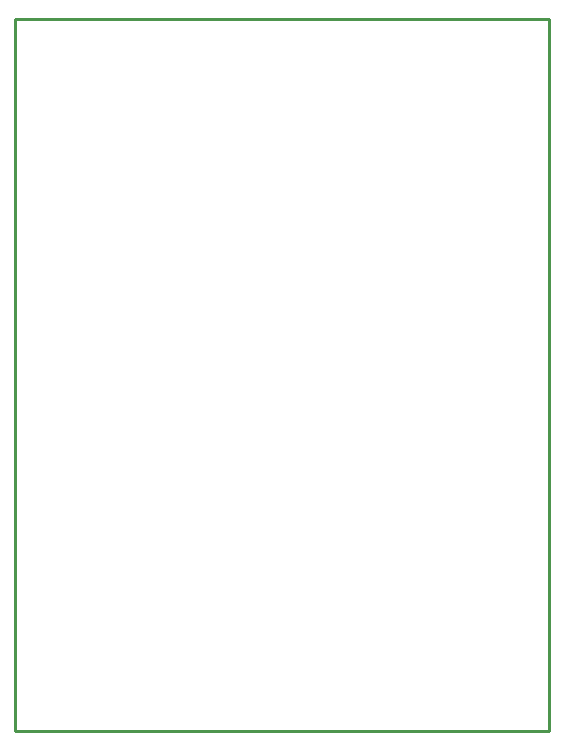
<source format=gbo>
G04*
G04 #@! TF.GenerationSoftware,Altium Limited,Altium Designer,18.0.12 (696)*
G04*
G04 Layer_Color=32896*
%FSLAX25Y25*%
%MOIN*%
G70*
G01*
G75*
%ADD12C,0.01000*%
D12*
X99410Y99410D02*
Y336614D01*
Y99410D02*
X277559D01*
Y336614D01*
X99410D02*
X277559D01*
M02*

</source>
